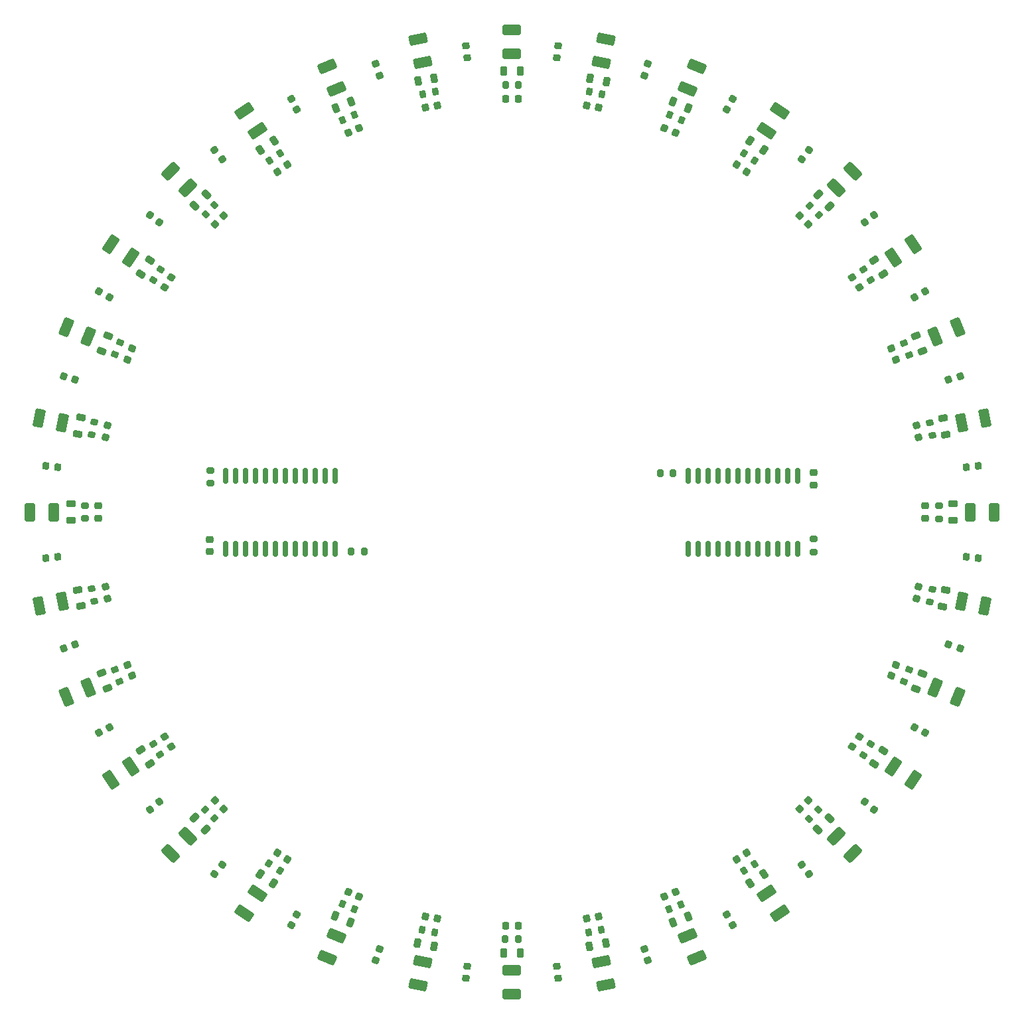
<source format=gbp>
G04 #@! TF.GenerationSoftware,KiCad,Pcbnew,7.0.9*
G04 #@! TF.CreationDate,2024-02-22T22:24:09+08:00*
G04 #@! TF.ProjectId,layer1,6c617965-7231-42e6-9b69-6361645f7063,1.1*
G04 #@! TF.SameCoordinates,Original*
G04 #@! TF.FileFunction,Paste,Bot*
G04 #@! TF.FilePolarity,Positive*
%FSLAX46Y46*%
G04 Gerber Fmt 4.6, Leading zero omitted, Abs format (unit mm)*
G04 Created by KiCad (PCBNEW 7.0.9) date 2024-02-22 22:24:09*
%MOMM*%
%LPD*%
G01*
G04 APERTURE LIST*
G04 Aperture macros list*
%AMRoundRect*
0 Rectangle with rounded corners*
0 $1 Rounding radius*
0 $2 $3 $4 $5 $6 $7 $8 $9 X,Y pos of 4 corners*
0 Add a 4 corners polygon primitive as box body*
4,1,4,$2,$3,$4,$5,$6,$7,$8,$9,$2,$3,0*
0 Add four circle primitives for the rounded corners*
1,1,$1+$1,$2,$3*
1,1,$1+$1,$4,$5*
1,1,$1+$1,$6,$7*
1,1,$1+$1,$8,$9*
0 Add four rect primitives between the rounded corners*
20,1,$1+$1,$2,$3,$4,$5,0*
20,1,$1+$1,$4,$5,$6,$7,0*
20,1,$1+$1,$6,$7,$8,$9,0*
20,1,$1+$1,$8,$9,$2,$3,0*%
G04 Aperture macros list end*
%ADD10RoundRect,0.225000X-0.335876X-0.017678X-0.017678X-0.335876X0.335876X0.017678X0.017678X0.335876X0*%
%ADD11RoundRect,0.200000X-0.275000X0.200000X-0.275000X-0.200000X0.275000X-0.200000X0.275000X0.200000X0*%
%ADD12RoundRect,0.225000X-0.250000X0.225000X-0.250000X-0.225000X0.250000X-0.225000X0.250000X0.225000X0*%
%ADD13RoundRect,0.200000X-0.230698X0.249807X-0.308734X-0.142507X0.230698X-0.249807X0.308734X0.142507X0*%
%ADD14RoundRect,0.200000X-0.290014X-0.177530X0.079538X-0.330604X0.290014X0.177530X-0.079538X0.330604X0*%
%ADD15RoundRect,0.200000X-0.177530X0.290014X-0.330604X-0.079538X0.177530X-0.290014X0.330604X0.079538X0*%
%ADD16RoundRect,0.218750X0.435941X-0.056201X0.268517X0.347997X-0.435941X0.056201X-0.268517X-0.347997X0*%
%ADD17RoundRect,0.218750X0.329110X-0.072125X0.122874X0.313716X-0.329110X0.072125X-0.122874X-0.313716X0*%
%ADD18RoundRect,0.250000X0.224115X0.987701X-0.585032X0.826752X-0.224115X-0.987701X0.585032X-0.826752X0*%
%ADD19RoundRect,0.200000X0.200000X0.275000X-0.200000X0.275000X-0.200000X-0.275000X0.200000X-0.275000X0*%
%ADD20RoundRect,0.200000X-0.079538X-0.330604X0.290014X-0.177530X0.079538X0.330604X-0.290014X0.177530X0*%
%ADD21RoundRect,0.218750X-0.308716X0.134945X-0.181716X-0.283716X0.308716X-0.134945X0.181716X0.283716X0*%
%ADD22RoundRect,0.225000X0.017678X-0.335876X0.335876X-0.017678X-0.017678X0.335876X-0.335876X0.017678X0*%
%ADD23RoundRect,0.218750X0.347997X0.268517X-0.056201X0.435941X-0.347997X-0.268517X0.056201X-0.435941X0*%
%ADD24RoundRect,0.225000X-0.303544X-0.144866X0.112202X-0.317074X0.303544X0.144866X-0.112202X0.317074X0*%
%ADD25RoundRect,0.218750X0.438529X0.029927X0.195467X0.393695X-0.438529X-0.029927X-0.195467X-0.393695X0*%
%ADD26RoundRect,0.218750X-0.424264X-0.114905X-0.114905X-0.424264X0.424264X0.114905X0.114905X0.424264X0*%
%ADD27RoundRect,0.250000X-0.998282X-0.170921X-0.539937X-0.856884X0.998282X0.170921X0.539937X0.856884X0*%
%ADD28RoundRect,0.218750X-0.283716X-0.181716X0.134945X-0.308716X0.283716X0.181716X-0.134945X0.308716X0*%
%ADD29RoundRect,0.250000X0.170921X-0.998282X0.856884X-0.539937X-0.170921X0.998282X-0.856884X0.539937X0*%
%ADD30RoundRect,0.200000X0.142507X0.308734X-0.249807X0.230698X-0.142507X-0.308734X0.249807X-0.230698X0*%
%ADD31RoundRect,0.250000X-0.027118X-1.012445X0.735082X-0.696732X0.027118X1.012445X-0.735082X0.696732X0*%
%ADD32RoundRect,0.250000X0.362392X-0.945755X0.945755X-0.362392X-0.362392X0.945755X-0.945755X0.362392X0*%
%ADD33RoundRect,0.200000X-0.013512X-0.339768X0.319076X-0.117540X0.013512X0.339768X-0.319076X0.117540X0*%
%ADD34RoundRect,0.218750X0.381250X-0.218750X0.381250X0.218750X-0.381250X0.218750X-0.381250X-0.218750X0*%
%ADD35RoundRect,0.225000X0.144866X-0.303544X0.317074X0.112202X-0.144866X0.303544X-0.317074X-0.112202X0*%
%ADD36RoundRect,0.200000X0.330604X-0.079538X0.177530X0.290014X-0.330604X0.079538X-0.177530X-0.290014X0*%
%ADD37RoundRect,0.200000X0.013512X0.339768X-0.319076X0.117540X-0.013512X-0.339768X0.319076X-0.117540X0*%
%ADD38RoundRect,0.225000X-0.171904X-0.289092X0.269449X-0.201301X0.171904X0.289092X-0.269449X0.201301X0*%
%ADD39RoundRect,0.218750X0.416600X-0.140169X0.331248X0.288925X-0.416600X0.140169X-0.331248X-0.288925X0*%
%ADD40RoundRect,0.250000X0.539937X-0.856884X0.998282X-0.170921X-0.539937X0.856884X-0.998282X0.170921X0*%
%ADD41RoundRect,0.225000X-0.317074X0.112202X-0.144866X-0.303544X0.317074X-0.112202X0.144866X0.303544X0*%
%ADD42RoundRect,0.218750X0.283716X0.181716X-0.134945X0.308716X-0.283716X-0.181716X0.134945X-0.308716X0*%
%ADD43RoundRect,0.218750X0.059310X-0.331659X0.336857X0.006533X-0.059310X0.331659X-0.336857X-0.006533X0*%
%ADD44RoundRect,0.200000X-0.200000X-0.275000X0.200000X-0.275000X0.200000X0.275000X-0.200000X0.275000X0*%
%ADD45RoundRect,0.225000X-0.201301X0.269449X-0.289092X-0.171904X0.201301X-0.269449X0.289092X0.171904X0*%
%ADD46RoundRect,0.200000X0.079538X0.330604X-0.290014X0.177530X-0.079538X-0.330604X0.290014X-0.177530X0*%
%ADD47RoundRect,0.225000X0.335876X0.017678X0.017678X0.335876X-0.335876X-0.017678X-0.017678X-0.335876X0*%
%ADD48RoundRect,0.250000X0.735082X0.696732X-0.027118X1.012445X-0.735082X-0.696732X0.027118X-1.012445X0*%
%ADD49RoundRect,0.225000X-0.269449X-0.201301X0.171904X-0.289092X0.269449X0.201301X-0.171904X0.289092X0*%
%ADD50RoundRect,0.250000X-0.224115X-0.987701X0.585032X-0.826752X0.224115X0.987701X-0.585032X0.826752X0*%
%ADD51RoundRect,0.218750X-0.114905X0.424264X-0.424264X0.114905X0.114905X-0.424264X0.424264X-0.114905X0*%
%ADD52RoundRect,0.218750X0.424264X0.114905X0.114905X0.424264X-0.424264X-0.114905X-0.114905X-0.424264X0*%
%ADD53RoundRect,0.225000X0.303544X0.144866X-0.112202X0.317074X-0.303544X-0.144866X0.112202X-0.317074X0*%
%ADD54RoundRect,0.225000X0.201301X-0.269449X0.289092X0.171904X-0.201301X0.269449X-0.289092X-0.171904X0*%
%ADD55RoundRect,0.225000X-0.225000X-0.250000X0.225000X-0.250000X0.225000X0.250000X-0.225000X0.250000X0*%
%ADD56RoundRect,0.218750X0.006533X0.336857X-0.331659X0.059310X-0.006533X-0.336857X0.331659X-0.059310X0*%
%ADD57RoundRect,0.200000X0.249807X0.230698X-0.142507X0.308734X-0.249807X-0.230698X0.142507X-0.308734X0*%
%ADD58RoundRect,0.250000X0.987701X-0.224115X0.826752X0.585032X-0.987701X0.224115X-0.826752X-0.585032X0*%
%ADD59RoundRect,0.200000X0.117540X-0.319076X0.339768X0.013512X-0.117540X0.319076X-0.339768X-0.013512X0*%
%ADD60RoundRect,0.200000X-0.249807X-0.230698X0.142507X-0.308734X0.249807X0.230698X-0.142507X0.308734X0*%
%ADD61RoundRect,0.218750X-0.242814X-0.233575X0.192580X-0.276457X0.242814X0.233575X-0.192580X0.276457X0*%
%ADD62RoundRect,0.218750X-0.331659X-0.059310X0.006533X-0.336857X0.331659X0.059310X-0.006533X0.336857X0*%
%ADD63RoundRect,0.218750X-0.122874X0.313716X-0.329110X-0.072125X0.122874X-0.313716X0.329110X0.072125X0*%
%ADD64RoundRect,0.225000X0.332871X-0.048188X0.082864X0.325973X-0.332871X0.048188X-0.082864X-0.325973X0*%
%ADD65RoundRect,0.218750X0.336857X-0.006533X0.059310X0.331659X-0.336857X0.006533X-0.059310X-0.331659X0*%
%ADD66RoundRect,0.218750X0.122874X-0.313716X0.329110X0.072125X-0.122874X0.313716X-0.329110X-0.072125X0*%
%ADD67RoundRect,0.250000X-0.170921X0.998282X-0.856884X0.539937X0.170921X-0.998282X0.856884X-0.539937X0*%
%ADD68RoundRect,0.218750X-0.056201X-0.435941X0.347997X-0.268517X0.056201X0.435941X-0.347997X0.268517X0*%
%ADD69RoundRect,0.225000X0.250000X-0.225000X0.250000X0.225000X-0.250000X0.225000X-0.250000X-0.225000X0*%
%ADD70RoundRect,0.218750X-0.072125X-0.329110X0.313716X-0.122874X0.072125X0.329110X-0.313716X0.122874X0*%
%ADD71RoundRect,0.225000X-0.017678X0.335876X-0.335876X0.017678X0.017678X-0.335876X0.335876X-0.017678X0*%
%ADD72RoundRect,0.200000X-0.319076X-0.117540X0.013512X-0.339768X0.319076X0.117540X-0.013512X0.339768X0*%
%ADD73RoundRect,0.218750X-0.192580X-0.276457X0.242814X-0.233575X0.192580X0.276457X-0.242814X0.233575X0*%
%ADD74RoundRect,0.218750X0.331248X-0.288925X0.416600X0.140169X-0.331248X0.288925X-0.416600X-0.140169X0*%
%ADD75RoundRect,0.200000X-0.335876X-0.053033X-0.053033X-0.335876X0.335876X0.053033X0.053033X0.335876X0*%
%ADD76RoundRect,0.218750X-0.435941X0.056201X-0.268517X-0.347997X0.435941X-0.056201X0.268517X0.347997X0*%
%ADD77RoundRect,0.200000X-0.330604X0.079538X-0.177530X-0.290014X0.330604X-0.079538X0.177530X0.290014X0*%
%ADD78RoundRect,0.250000X0.925000X-0.412500X0.925000X0.412500X-0.925000X0.412500X-0.925000X-0.412500X0*%
%ADD79RoundRect,0.200000X-0.053033X0.335876X-0.335876X0.053033X0.053033X-0.335876X0.335876X-0.053033X0*%
%ADD80RoundRect,0.200000X0.319076X0.117540X-0.013512X0.339768X-0.319076X-0.117540X0.013512X-0.339768X0*%
%ADD81RoundRect,0.218750X-0.195467X0.393695X-0.438529X0.029927X0.195467X-0.393695X0.438529X-0.029927X0*%
%ADD82RoundRect,0.200000X0.053033X-0.335876X0.335876X-0.053033X-0.053033X0.335876X-0.335876X0.053033X0*%
%ADD83RoundRect,0.225000X-0.112202X-0.317074X0.303544X-0.144866X0.112202X0.317074X-0.303544X0.144866X0*%
%ADD84RoundRect,0.218750X-0.313716X-0.122874X0.072125X-0.329110X0.313716X0.122874X-0.072125X0.329110X0*%
%ADD85RoundRect,0.225000X0.225000X0.250000X-0.225000X0.250000X-0.225000X-0.250000X0.225000X-0.250000X0*%
%ADD86RoundRect,0.218750X-0.288925X-0.331248X0.140169X-0.416600X0.288925X0.331248X-0.140169X0.416600X0*%
%ADD87RoundRect,0.218750X-0.347997X-0.268517X0.056201X-0.435941X0.347997X0.268517X-0.056201X0.435941X0*%
%ADD88RoundRect,0.218750X-0.059310X0.331659X-0.336857X-0.006533X0.059310X-0.331659X0.336857X0.006533X0*%
%ADD89RoundRect,0.225000X0.082864X-0.325973X0.332871X0.048188X-0.082864X0.325973X-0.332871X-0.048188X0*%
%ADD90RoundRect,0.218750X0.268517X-0.347997X0.435941X0.056201X-0.268517X0.347997X-0.435941X-0.056201X0*%
%ADD91RoundRect,0.218750X0.331659X0.059310X-0.006533X0.336857X-0.331659X-0.059310X0.006533X-0.336857X0*%
%ADD92RoundRect,0.200000X0.339768X-0.013512X0.117540X0.319076X-0.339768X0.013512X-0.117540X-0.319076X0*%
%ADD93RoundRect,0.250000X-0.987701X0.224115X-0.826752X-0.585032X0.987701X-0.224115X0.826752X0.585032X0*%
%ADD94RoundRect,0.225000X0.289092X-0.171904X0.201301X0.269449X-0.289092X0.171904X-0.201301X-0.269449X0*%
%ADD95RoundRect,0.218750X-0.331248X0.288925X-0.416600X-0.140169X0.331248X-0.288925X0.416600X0.140169X0*%
%ADD96RoundRect,0.250000X-0.585032X-0.826752X0.224115X-0.987701X0.585032X0.826752X-0.224115X0.987701X0*%
%ADD97RoundRect,0.250000X-0.925000X0.412500X-0.925000X-0.412500X0.925000X-0.412500X0.925000X0.412500X0*%
%ADD98RoundRect,0.250000X0.412500X0.925000X-0.412500X0.925000X-0.412500X-0.925000X0.412500X-0.925000X0*%
%ADD99RoundRect,0.218750X-0.029927X0.438529X-0.393695X0.195467X0.029927X-0.438529X0.393695X-0.195467X0*%
%ADD100RoundRect,0.200000X-0.339768X0.013512X-0.117540X-0.319076X0.339768X-0.013512X0.117540X0.319076X0*%
%ADD101RoundRect,0.200000X0.230698X-0.249807X0.308734X0.142507X-0.230698X0.249807X-0.308734X-0.142507X0*%
%ADD102RoundRect,0.225000X0.112202X0.317074X-0.303544X0.144866X-0.112202X-0.317074X0.303544X-0.144866X0*%
%ADD103RoundRect,0.250000X0.585032X0.826752X-0.224115X0.987701X-0.585032X-0.826752X0.224115X-0.987701X0*%
%ADD104RoundRect,0.250000X1.012445X-0.027118X0.696732X0.735082X-1.012445X0.027118X-0.696732X-0.735082X0*%
%ADD105RoundRect,0.218750X0.393695X0.195467X0.029927X0.438529X-0.393695X-0.195467X-0.029927X-0.438529X0*%
%ADD106RoundRect,0.250000X-0.945755X-0.362392X-0.362392X-0.945755X0.945755X0.362392X0.362392X0.945755X0*%
%ADD107RoundRect,0.250000X0.856884X0.539937X0.170921X0.998282X-0.856884X-0.539937X-0.170921X-0.998282X0*%
%ADD108RoundRect,0.200000X0.290014X0.177530X-0.079538X0.330604X-0.290014X-0.177530X0.079538X-0.330604X0*%
%ADD109RoundRect,0.225000X-0.289092X0.171904X-0.201301X-0.269449X0.289092X-0.171904X0.201301X0.269449X0*%
%ADD110RoundRect,0.218750X-0.181716X0.283716X-0.308716X-0.134945X0.181716X-0.283716X0.308716X0.134945X0*%
%ADD111RoundRect,0.200000X-0.142507X-0.308734X0.249807X-0.230698X0.142507X0.308734X-0.249807X0.230698X0*%
%ADD112RoundRect,0.200000X0.335876X0.053033X0.053033X0.335876X-0.335876X-0.053033X-0.053033X-0.335876X0*%
%ADD113RoundRect,0.225000X0.325973X0.082864X-0.048188X0.332871X-0.325973X-0.082864X0.048188X-0.332871X0*%
%ADD114RoundRect,0.218750X0.313716X0.122874X-0.072125X0.329110X-0.313716X-0.122874X0.072125X-0.329110X0*%
%ADD115RoundRect,0.200000X-0.308734X0.142507X-0.230698X-0.249807X0.308734X-0.142507X0.230698X0.249807X0*%
%ADD116RoundRect,0.218750X0.192580X0.276457X-0.242814X0.233575X-0.192580X-0.276457X0.242814X-0.233575X0*%
%ADD117RoundRect,0.218750X0.056201X0.435941X-0.347997X0.268517X-0.056201X-0.435941X0.347997X-0.268517X0*%
%ADD118RoundRect,0.250000X0.826752X-0.585032X0.987701X0.224115X-0.826752X0.585032X-0.987701X-0.224115X0*%
%ADD119RoundRect,0.218750X0.181716X-0.283716X0.308716X0.134945X-0.181716X0.283716X-0.308716X-0.134945X0*%
%ADD120RoundRect,0.250000X-0.856884X-0.539937X-0.170921X-0.998282X0.856884X0.539937X0.170921X0.998282X0*%
%ADD121RoundRect,0.225000X-0.048188X-0.332871X0.325973X-0.082864X0.048188X0.332871X-0.325973X0.082864X0*%
%ADD122RoundRect,0.225000X0.269449X0.201301X-0.171904X0.289092X-0.269449X-0.201301X0.171904X-0.289092X0*%
%ADD123RoundRect,0.218750X-0.329110X0.072125X-0.122874X-0.313716X0.329110X-0.072125X0.122874X0.313716X0*%
%ADD124RoundRect,0.218750X-0.381250X0.218750X-0.381250X-0.218750X0.381250X-0.218750X0.381250X0.218750X0*%
%ADD125RoundRect,0.218750X-0.134945X-0.308716X0.283716X-0.181716X0.134945X0.308716X-0.283716X0.181716X0*%
%ADD126RoundRect,0.218750X-0.006533X-0.336857X0.331659X-0.059310X0.006533X0.336857X-0.331659X0.059310X0*%
%ADD127RoundRect,0.250000X-0.362392X0.945755X-0.945755X0.362392X0.362392X-0.945755X0.945755X-0.362392X0*%
%ADD128RoundRect,0.218750X0.308716X-0.134945X0.181716X0.283716X-0.308716X0.134945X-0.181716X-0.283716X0*%
%ADD129RoundRect,0.250000X0.998282X0.170921X0.539937X0.856884X-0.998282X-0.170921X-0.539937X-0.856884X0*%
%ADD130RoundRect,0.218750X-0.140169X-0.416600X0.288925X-0.331248X0.140169X0.416600X-0.288925X0.331248X0*%
%ADD131RoundRect,0.218750X0.218750X0.381250X-0.218750X0.381250X-0.218750X-0.381250X0.218750X-0.381250X0*%
%ADD132RoundRect,0.218750X0.140169X0.416600X-0.288925X0.331248X-0.140169X-0.416600X0.288925X-0.331248X0*%
%ADD133RoundRect,0.218750X0.072125X0.329110X-0.313716X0.122874X-0.072125X-0.329110X0.313716X-0.122874X0*%
%ADD134RoundRect,0.200000X-0.117540X0.319076X-0.339768X-0.013512X0.117540X-0.319076X0.339768X0.013512X0*%
%ADD135RoundRect,0.250000X-0.539937X0.856884X-0.998282X0.170921X0.539937X-0.856884X0.998282X-0.170921X0*%
%ADD136RoundRect,0.200000X0.308734X-0.142507X0.230698X0.249807X-0.308734X0.142507X-0.230698X-0.249807X0*%
%ADD137RoundRect,0.218750X-0.233575X0.242814X-0.276457X-0.192580X0.233575X-0.242814X0.276457X0.192580X0*%
%ADD138RoundRect,0.250000X-0.696732X0.735082X-1.012445X-0.027118X0.696732X-0.735082X1.012445X0.027118X0*%
%ADD139RoundRect,0.250000X0.945755X0.362392X0.362392X0.945755X-0.945755X-0.362392X-0.362392X-0.945755X0*%
%ADD140RoundRect,0.150000X-0.150000X0.875000X-0.150000X-0.875000X0.150000X-0.875000X0.150000X0.875000X0*%
%ADD141RoundRect,0.225000X-0.332871X0.048188X-0.082864X-0.325973X0.332871X-0.048188X0.082864X0.325973X0*%
%ADD142RoundRect,0.225000X-0.144866X0.303544X-0.317074X-0.112202X0.144866X-0.303544X0.317074X0.112202X0*%
%ADD143RoundRect,0.150000X0.150000X-0.875000X0.150000X0.875000X-0.150000X0.875000X-0.150000X-0.875000X0*%
%ADD144RoundRect,0.218750X0.114905X-0.424264X0.424264X-0.114905X-0.114905X0.424264X-0.424264X0.114905X0*%
%ADD145RoundRect,0.218750X-0.393695X-0.195467X-0.029927X-0.438529X0.393695X0.195467X0.029927X0.438529X0*%
%ADD146RoundRect,0.200000X0.177530X-0.290014X0.330604X0.079538X-0.177530X0.290014X-0.330604X-0.079538X0*%
%ADD147RoundRect,0.225000X0.171904X0.289092X-0.269449X0.201301X-0.171904X-0.289092X0.269449X-0.201301X0*%
%ADD148RoundRect,0.250000X0.696732X-0.735082X1.012445X0.027118X-0.696732X0.735082X-1.012445X-0.027118X0*%
%ADD149RoundRect,0.218750X0.242814X0.233575X-0.192580X0.276457X-0.242814X-0.233575X0.192580X-0.276457X0*%
%ADD150RoundRect,0.250000X0.027118X1.012445X-0.735082X0.696732X-0.027118X-1.012445X0.735082X-0.696732X0*%
%ADD151RoundRect,0.218750X0.029927X-0.438529X0.393695X-0.195467X-0.029927X0.438529X-0.393695X0.195467X0*%
%ADD152RoundRect,0.218750X-0.438529X-0.029927X-0.195467X-0.393695X0.438529X0.029927X0.195467X0.393695X0*%
%ADD153RoundRect,0.218750X0.288925X0.331248X-0.140169X0.416600X-0.288925X-0.331248X0.140169X-0.416600X0*%
%ADD154RoundRect,0.218750X-0.276457X0.192580X-0.233575X-0.242814X0.276457X-0.192580X0.233575X0.242814X0*%
%ADD155RoundRect,0.250000X-1.012445X0.027118X-0.696732X-0.735082X1.012445X-0.027118X0.696732X0.735082X0*%
%ADD156RoundRect,0.218750X-0.268517X0.347997X-0.435941X-0.056201X0.268517X-0.347997X0.435941X0.056201X0*%
%ADD157RoundRect,0.218750X0.195467X-0.393695X0.438529X-0.029927X-0.195467X0.393695X-0.438529X0.029927X0*%
%ADD158RoundRect,0.200000X0.275000X-0.200000X0.275000X0.200000X-0.275000X0.200000X-0.275000X-0.200000X0*%
%ADD159RoundRect,0.225000X0.317074X-0.112202X0.144866X0.303544X-0.317074X0.112202X-0.144866X-0.303544X0*%
%ADD160RoundRect,0.218750X0.276457X-0.192580X0.233575X0.242814X-0.276457X0.192580X-0.233575X-0.242814X0*%
%ADD161RoundRect,0.250000X-0.735082X-0.696732X0.027118X-1.012445X0.735082X0.696732X-0.027118X1.012445X0*%
%ADD162RoundRect,0.218750X-0.218750X-0.381250X0.218750X-0.381250X0.218750X0.381250X-0.218750X0.381250X0*%
%ADD163RoundRect,0.225000X-0.325973X-0.082864X0.048188X-0.332871X0.325973X0.082864X-0.048188X0.332871X0*%
%ADD164RoundRect,0.218750X-0.336857X0.006533X-0.059310X-0.331659X0.336857X-0.006533X0.059310X0.331659X0*%
%ADD165RoundRect,0.225000X-0.082864X0.325973X-0.332871X-0.048188X0.082864X-0.325973X0.332871X0.048188X0*%
%ADD166RoundRect,0.218750X-0.416600X0.140169X-0.331248X-0.288925X0.416600X-0.140169X0.331248X0.288925X0*%
%ADD167RoundRect,0.218750X0.233575X-0.242814X0.276457X0.192580X-0.233575X0.242814X-0.276457X-0.192580X0*%
%ADD168RoundRect,0.218750X0.134945X0.308716X-0.283716X0.181716X-0.134945X-0.308716X0.283716X-0.181716X0*%
%ADD169RoundRect,0.250000X-0.826752X0.585032X-0.987701X-0.224115X0.826752X-0.585032X0.987701X0.224115X0*%
%ADD170RoundRect,0.225000X0.048188X0.332871X-0.325973X0.082864X-0.048188X-0.332871X0.325973X-0.082864X0*%
%ADD171RoundRect,0.250000X-0.412500X-0.925000X0.412500X-0.925000X0.412500X0.925000X-0.412500X0.925000X0*%
G04 APERTURE END LIST*
D10*
X161751875Y-87152109D03*
X162847891Y-88248125D03*
D11*
X179500000Y-124200000D03*
X179500000Y-125850000D03*
D12*
X163500000Y-119975000D03*
X163500000Y-121525000D03*
D13*
X178608871Y-134847794D03*
X178286971Y-136466090D03*
D14*
X145117143Y-74342419D03*
X146641545Y-74973847D03*
D15*
X175657581Y-145117143D03*
X175026153Y-146641545D03*
D16*
X73428810Y-147484468D03*
X72615608Y-145521224D03*
D17*
X153183798Y-177727851D03*
X152441348Y-176338825D03*
D18*
X185355074Y-112994630D03*
X182339160Y-113594532D03*
D11*
X86500000Y-119675000D03*
X86500000Y-121325000D03*
D19*
X125800000Y-179500000D03*
X124150000Y-179500000D03*
D20*
X103404649Y-74954712D03*
X104929051Y-74323284D03*
D21*
X107644439Y-67786913D03*
X108101637Y-69294095D03*
D22*
X87152109Y-88248125D03*
X88248125Y-87152109D03*
D23*
X104432582Y-177365258D03*
X102469338Y-176552056D03*
D24*
X144470544Y-75968775D03*
X145902558Y-76561935D03*
D25*
X78806238Y-157113475D03*
X77625652Y-155346603D03*
D26*
X164041133Y-84491620D03*
X165543735Y-85994222D03*
D27*
X90811597Y-73833438D03*
X92519975Y-76390208D03*
D28*
X67786824Y-107644734D03*
X69294006Y-108101932D03*
D29*
X73833438Y-159188403D03*
X76390208Y-157480025D03*
D30*
X136417051Y-178296725D03*
X134798755Y-178618625D03*
D31*
X68146763Y-148549382D03*
X70987693Y-147372630D03*
D32*
X81486416Y-168513584D03*
X83660770Y-166339230D03*
D33*
X94056247Y-80129362D03*
X95428171Y-79212672D03*
D34*
X68750000Y-126037500D03*
X68750000Y-123912500D03*
D35*
X75968775Y-105529456D03*
X76561935Y-104097442D03*
D36*
X74954712Y-146595351D03*
X74323284Y-145070949D03*
D37*
X155943753Y-169870638D03*
X154571829Y-170787328D03*
D38*
X113948877Y-73414771D03*
X115469095Y-73112381D03*
D39*
X70033234Y-136991395D03*
X69618668Y-134907227D03*
D40*
X90811597Y-176166562D03*
X92519975Y-173609792D03*
D41*
X173438065Y-104097442D03*
X174031225Y-105529456D03*
D42*
X182213176Y-142355266D03*
X180705994Y-141898068D03*
D43*
X87071290Y-171216510D03*
X88070460Y-169999018D03*
D44*
X104500000Y-130000000D03*
X106150000Y-130000000D03*
D45*
X176887619Y-134530905D03*
X176585229Y-136051123D03*
D46*
X146595351Y-175045288D03*
X145070949Y-175676716D03*
D47*
X88248125Y-162847891D03*
X87152109Y-161751875D03*
D48*
X181853237Y-148549382D03*
X179012307Y-147372630D03*
D49*
X134530905Y-73112381D03*
X136051123Y-73414771D03*
D50*
X64644926Y-137005370D03*
X67660840Y-136405468D03*
D51*
X165508380Y-164041133D03*
X164005778Y-165543735D03*
D52*
X85958867Y-165508380D03*
X84456265Y-164005778D03*
D53*
X105529456Y-174031225D03*
X104097442Y-173438065D03*
D54*
X73112381Y-115469095D03*
X73414771Y-113948877D03*
D55*
X124225000Y-72250000D03*
X125775000Y-72250000D03*
D56*
X171216314Y-87071052D03*
X169998822Y-88070222D03*
D57*
X115152206Y-178608871D03*
X113533910Y-178286971D03*
D58*
X137005370Y-185355074D03*
X136405468Y-182339160D03*
D59*
X79240450Y-95386598D03*
X80157140Y-94014674D03*
D60*
X134847794Y-71391129D03*
X136466090Y-71713029D03*
D61*
X65500315Y-119139948D03*
X67067731Y-119294324D03*
D62*
X78783490Y-87071290D03*
X80000982Y-88070460D03*
D63*
X153183526Y-72272004D03*
X152441076Y-73661030D03*
D64*
X81570545Y-154950719D03*
X80709411Y-153661941D03*
D65*
X162928948Y-171216314D03*
X161929778Y-169998822D03*
D66*
X96816474Y-177727996D03*
X97558924Y-176338970D03*
D67*
X176166562Y-90811597D03*
X173609792Y-92519975D03*
D68*
X102515532Y-73428810D03*
X104478776Y-72615608D03*
D69*
X86425000Y-130050000D03*
X86425000Y-128500000D03*
D70*
X72272149Y-153183798D03*
X73661175Y-152441348D03*
D71*
X162847891Y-161751875D03*
X161751875Y-162847891D03*
D72*
X154613402Y-79240450D03*
X155985326Y-80157140D03*
D44*
X124200000Y-70500000D03*
X125850000Y-70500000D03*
D73*
X65500345Y-130860359D03*
X67067761Y-130705983D03*
D74*
X69628422Y-115043734D03*
X70042988Y-112959566D03*
D75*
X162971634Y-85896995D03*
X164138360Y-87063721D03*
D76*
X176571190Y-102515532D03*
X177384392Y-104478776D03*
D77*
X175045288Y-103404649D03*
X175676716Y-104929051D03*
D78*
X125000000Y-186537500D03*
X125000000Y-183462500D03*
D79*
X164103005Y-162971634D03*
X162936279Y-164138360D03*
D80*
X95386598Y-170759550D03*
X94014674Y-169842860D03*
D81*
X172346569Y-155388176D03*
X171165983Y-157155048D03*
D82*
X85896995Y-87028366D03*
X87063721Y-85861640D03*
D83*
X104097442Y-76561935D03*
X105529456Y-75968775D03*
D84*
X72272004Y-96816474D03*
X73661030Y-97558924D03*
D85*
X125775000Y-177750000D03*
X124225000Y-177750000D03*
D86*
X134956266Y-69628422D03*
X137040434Y-70042988D03*
D87*
X145567418Y-72634742D03*
X147530662Y-73447944D03*
D88*
X162928710Y-78783490D03*
X161929540Y-80000982D03*
D89*
X80709411Y-96338059D03*
X81570545Y-95049281D03*
D90*
X72634742Y-104432582D03*
X73447944Y-102469338D03*
D91*
X171216510Y-162928710D03*
X169999018Y-161929540D03*
D92*
X80129362Y-155943753D03*
X79212672Y-154571829D03*
D93*
X112994630Y-64644926D03*
X113594532Y-67660840D03*
D94*
X73414771Y-136051123D03*
X73112381Y-134530905D03*
D95*
X180371578Y-134956266D03*
X179957012Y-137040434D03*
D96*
X64644926Y-112994630D03*
X67660840Y-113594532D03*
D97*
X125000000Y-63462500D03*
X125000000Y-66537500D03*
D98*
X186537500Y-125000000D03*
X183462500Y-125000000D03*
D99*
X157113475Y-171193762D03*
X155346603Y-172374348D03*
D100*
X169870638Y-94056247D03*
X170787328Y-95428171D03*
D101*
X71391129Y-115152206D03*
X71713029Y-113533910D03*
D102*
X145902558Y-173438065D03*
X144470544Y-174031225D03*
D103*
X185355074Y-137005370D03*
X182339160Y-136405468D03*
D104*
X148549382Y-181853237D03*
X147372630Y-179012307D03*
D105*
X94611824Y-172346569D03*
X92844952Y-171165983D03*
D106*
X81486416Y-81486416D03*
X83660770Y-83660770D03*
D107*
X176166562Y-159188403D03*
X173609792Y-157480025D03*
D108*
X104882857Y-175657581D03*
X103358455Y-175026153D03*
D109*
X176585229Y-113948877D03*
X176887619Y-115469095D03*
D110*
X142355266Y-67786824D03*
X141898068Y-69294006D03*
D111*
X113582949Y-71703275D03*
X115201245Y-71381375D03*
D112*
X87028366Y-164103005D03*
X85861640Y-162936279D03*
D113*
X96338059Y-169290589D03*
X95049281Y-168429455D03*
D114*
X177727996Y-153183526D03*
X176338970Y-152441076D03*
D115*
X178296725Y-113582949D03*
X178618625Y-115201245D03*
D69*
X72250000Y-125775000D03*
X72250000Y-124225000D03*
D116*
X184499655Y-119139641D03*
X182932239Y-119294017D03*
D117*
X147484468Y-176571190D03*
X145521224Y-177384392D03*
D118*
X112994630Y-185355074D03*
X113594532Y-182339160D03*
D119*
X107644734Y-182213176D03*
X108101932Y-180705994D03*
D120*
X73833438Y-90811597D03*
X76390208Y-92519975D03*
D121*
X95049281Y-81570545D03*
X96338059Y-80709411D03*
D122*
X115469095Y-176887619D03*
X113948877Y-176585229D03*
D123*
X96816202Y-72272149D03*
X97558652Y-73661175D03*
D124*
X181250000Y-123962500D03*
X181250000Y-126087500D03*
D125*
X67786913Y-142355561D03*
X69294095Y-141898363D03*
D126*
X78783686Y-162928948D03*
X80001178Y-161929778D03*
D127*
X168513584Y-81486416D03*
X166339230Y-83660770D03*
D128*
X142355561Y-182213087D03*
X141898363Y-180705905D03*
D129*
X159188403Y-176166562D03*
X157480025Y-173609792D03*
D130*
X113008605Y-70033234D03*
X115092773Y-69618668D03*
D131*
X126037500Y-181250000D03*
X123912500Y-181250000D03*
D132*
X136991395Y-179966766D03*
X134907227Y-180381332D03*
D133*
X177727851Y-96816202D03*
X176338825Y-97558652D03*
D134*
X170759550Y-154613402D03*
X169842860Y-155985326D03*
D135*
X159188403Y-73833438D03*
X157480025Y-76390208D03*
D136*
X71703275Y-136417051D03*
X71381375Y-134798755D03*
D137*
X130860052Y-65500315D03*
X130705676Y-67067731D03*
D138*
X148549382Y-68146763D03*
X147372630Y-70987693D03*
D139*
X168513584Y-168513584D03*
X166339230Y-166339230D03*
D140*
X88515000Y-120350000D03*
X89785000Y-120350000D03*
X91055000Y-120350000D03*
X92325000Y-120350000D03*
X93595000Y-120350000D03*
X94865000Y-120350000D03*
X96135000Y-120350000D03*
X97405000Y-120350000D03*
X98675000Y-120350000D03*
X99945000Y-120350000D03*
X101215000Y-120350000D03*
X102485000Y-120350000D03*
X102485000Y-129650000D03*
X101215000Y-129650000D03*
X99945000Y-129650000D03*
X98675000Y-129650000D03*
X97405000Y-129650000D03*
X96135000Y-129650000D03*
X94865000Y-129650000D03*
X93595000Y-129650000D03*
X92325000Y-129650000D03*
X91055000Y-129650000D03*
X89785000Y-129650000D03*
X88515000Y-129650000D03*
D141*
X168429455Y-95049281D03*
X169290589Y-96338059D03*
D142*
X174031225Y-144470544D03*
X173438065Y-145902558D03*
D143*
X161485000Y-129650000D03*
X160215000Y-129650000D03*
X158945000Y-129650000D03*
X157675000Y-129650000D03*
X156405000Y-129650000D03*
X155135000Y-129650000D03*
X153865000Y-129650000D03*
X152595000Y-129650000D03*
X151325000Y-129650000D03*
X150055000Y-129650000D03*
X148785000Y-129650000D03*
X147515000Y-129650000D03*
X147515000Y-120350000D03*
X148785000Y-120350000D03*
X150055000Y-120350000D03*
X151325000Y-120350000D03*
X152595000Y-120350000D03*
X153865000Y-120350000D03*
X155135000Y-120350000D03*
X156405000Y-120350000D03*
X157675000Y-120350000D03*
X158945000Y-120350000D03*
X160215000Y-120350000D03*
X161485000Y-120350000D03*
D144*
X84491620Y-85958867D03*
X85994222Y-84456265D03*
D145*
X155388176Y-77653431D03*
X157155048Y-78834017D03*
D146*
X74342419Y-104882857D03*
X74973847Y-103358455D03*
D147*
X136051123Y-176585229D03*
X134530905Y-176887619D03*
D148*
X101450618Y-181853237D03*
X102627370Y-179012307D03*
D149*
X184499685Y-130860052D03*
X182932269Y-130705676D03*
D150*
X181853237Y-101450618D03*
X179012307Y-102627370D03*
D151*
X92886525Y-78806238D03*
X94653397Y-77625652D03*
D152*
X171193762Y-92886525D03*
X172374348Y-94653397D03*
D153*
X115043734Y-180371578D03*
X112959566Y-179957012D03*
D19*
X145575000Y-120000000D03*
X143925000Y-120000000D03*
D154*
X119139641Y-65500345D03*
X119294017Y-67067761D03*
D155*
X101450618Y-68146763D03*
X102627370Y-70987693D03*
D156*
X177365258Y-145567418D03*
X176552056Y-147530662D03*
D157*
X77653431Y-94611824D03*
X78834017Y-92844952D03*
D158*
X163500000Y-130075000D03*
X163500000Y-128425000D03*
D159*
X76561935Y-145902558D03*
X75968775Y-144470544D03*
D160*
X130860359Y-184499655D03*
X130705983Y-182932239D03*
D161*
X68146763Y-101450618D03*
X70987693Y-102627370D03*
D162*
X123962500Y-68750000D03*
X126087500Y-68750000D03*
D163*
X153661941Y-80709411D03*
X154950719Y-81570545D03*
D164*
X87071052Y-78783686D03*
X88070222Y-80001178D03*
D158*
X70500000Y-125800000D03*
X70500000Y-124150000D03*
D165*
X169290589Y-153661941D03*
X168429455Y-154950719D03*
D166*
X179966766Y-113008605D03*
X180381332Y-115092773D03*
D167*
X119139948Y-184499685D03*
X119294324Y-182932269D03*
D168*
X182213087Y-107644439D03*
X180705905Y-108101637D03*
D12*
X177750000Y-124225000D03*
X177750000Y-125775000D03*
D169*
X137005370Y-64644926D03*
X136405468Y-67660840D03*
D170*
X154950719Y-168429455D03*
X153661941Y-169290589D03*
D171*
X63462500Y-125000000D03*
X66537500Y-125000000D03*
M02*

</source>
